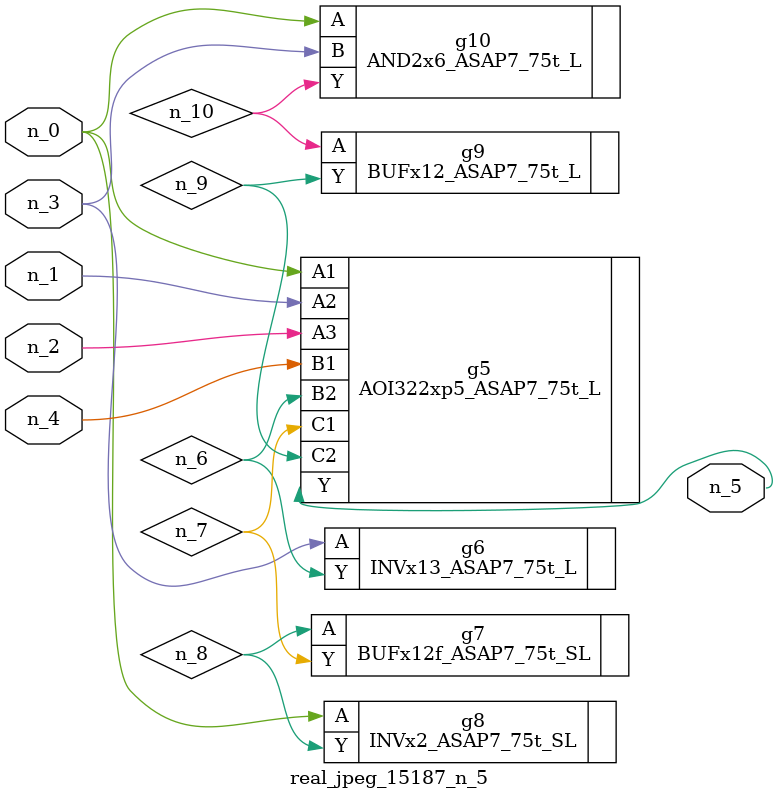
<source format=v>
module real_jpeg_15187_n_5 (n_4, n_0, n_1, n_2, n_3, n_5);

input n_4;
input n_0;
input n_1;
input n_2;
input n_3;

output n_5;

wire n_8;
wire n_6;
wire n_7;
wire n_10;
wire n_9;

AOI322xp5_ASAP7_75t_L g5 ( 
.A1(n_0),
.A2(n_1),
.A3(n_2),
.B1(n_4),
.B2(n_6),
.C1(n_7),
.C2(n_9),
.Y(n_5)
);

INVx2_ASAP7_75t_SL g8 ( 
.A(n_0),
.Y(n_8)
);

AND2x6_ASAP7_75t_L g10 ( 
.A(n_0),
.B(n_3),
.Y(n_10)
);

INVx13_ASAP7_75t_L g6 ( 
.A(n_3),
.Y(n_6)
);

BUFx12f_ASAP7_75t_SL g7 ( 
.A(n_8),
.Y(n_7)
);

BUFx12_ASAP7_75t_L g9 ( 
.A(n_10),
.Y(n_9)
);


endmodule
</source>
